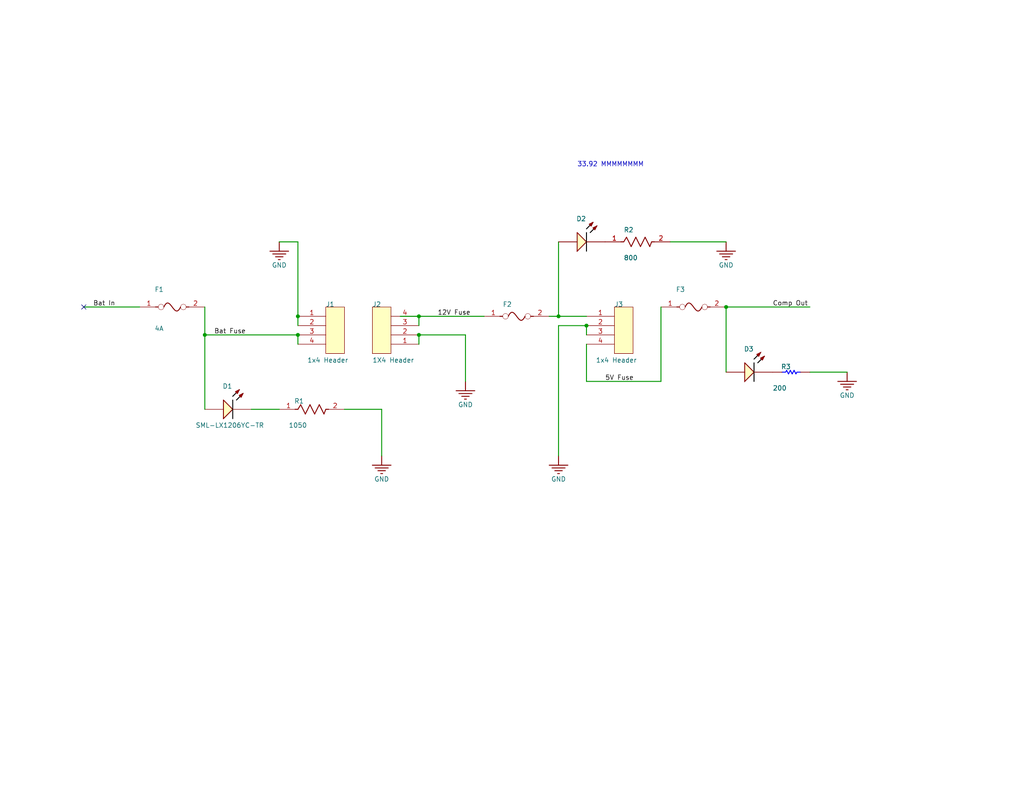
<source format=kicad_sch>
(kicad_sch (version 20230121) (generator eeschema)
  (paper "A")
  (lib_symbols
    (symbol "Regulator-altium-import:GND" (power)
      (property "Reference" "#PWR" (at 0 0 0))
      (property "Value" "GND" (at 0 6.35 0))
      (symbol "GND_0_0"
        (polyline (pts (xy -2.54 -2.54) (xy 2.54 -2.54)) (stroke (width 0.254)))
        (polyline (pts (xy -1.778 -3.302) (xy 1.778 -3.302)) (stroke (width 0.254)))
        (polyline (pts (xy -1.016 -4.064) (xy 1.016 -4.064)) (stroke (width 0.254)))
        (polyline (pts (xy -0.254 -4.826) (xy 0.254 -4.826)) (stroke (width 0.254)))
        (polyline (pts (xy 0 0) (xy 0 -2.54)) (stroke (width 0.254)))
        (pin power_in line (at 0 0 0) (length 0) hide (name "GND") (number ""))
      )
    )
    (symbol "Regulator-altium-import:root_0_1029c3af85768c4190bb7ad29bc67b5"
      (symbol "root_0_1029c3af85768c4190bb7ad29bc67b5_1_0"
        (polyline (pts (xy 5.08 0) (xy 4.318 0)) (stroke (width 0.254)))
        (polyline (pts (xy 5.08 0) (xy 5.842 1.27)) (stroke (width 0.254)))
        (polyline (pts (xy 5.842 1.27) (xy 7.112 -1.27)) (stroke (width 0.254)))
        (polyline (pts (xy 7.112 -1.27) (xy 8.382 1.27)) (stroke (width 0.254)))
        (polyline (pts (xy 8.382 1.27) (xy 9.652 -1.27)) (stroke (width 0.254)))
        (polyline (pts (xy 9.652 -1.27) (xy 10.922 1.27)) (stroke (width 0.254)))
        (polyline (pts (xy 10.922 1.27) (xy 12.192 -1.27)) (stroke (width 0.254)))
        (polyline (pts (xy 12.192 -1.27) (xy 12.7 0)) (stroke (width 0.254)))
        (polyline (pts (xy 12.7 0) (xy 13.462 0)) (stroke (width 0.254)))
        (pin passive line (at 0 0 0) (length 5.08) (name "1") (number "1"))
        (pin passive line (at 17.78 0 180) (length 5.08) (name "2") (number "2"))
      )
    )
    (symbol "Regulator-altium-import:root_0_1X4 Header"
      (symbol "root_0_1X4 Header_1_0"
        (rectangle (start 10.16 15.24) (end 5.08 2.54) (fill (type background)))
        (pin passive line (at -2.54 12.7 0) (length 7.62) (name "1") (number "1"))
        (pin passive line (at -2.54 10.16 0) (length 7.62) (name "2") (number "2"))
        (pin passive line (at -2.54 7.62 0) (length 7.62) (name "3") (number "3"))
        (pin passive line (at -2.54 5.08 0) (length 7.62) (name "4") (number "4"))
      )
    )
    (symbol "Regulator-altium-import:root_0_5bcf9b9f640e542cf0359d10258e979"
      (symbol "root_0_5bcf9b9f640e542cf0359d10258e979_1_0"
        (polyline (pts (xy 5.08 0) (xy 4.318 0)) (stroke (width 0.254)))
        (polyline (pts (xy 12.7 0) (xy 13.462 0)) (stroke (width 0.254)))
        (circle (center 5.842 0) (radius 0.762) (stroke (width 0.0001)))
        (bezier (pts (xy 6.604 0) (xy 8.382 3.81) (xy 9.398 -3.81) (xy 11.176 0)) (stroke (width 0.254)))
        (circle (center 11.938 0) (radius 0.762) (stroke (width 0.0001)))
        (pin passive line (at 0 0 0) (length 5.08) (name "1") (number "1"))
        (pin passive line (at 17.78 0 180) (length 5.08) (name "2") (number "2"))
      )
    )
    (symbol "Regulator-altium-import:root_0_LED-YELLOW-AK-2"
      (symbol "root_0_LED-YELLOW-AK-2_1_0"
        (polyline (pts (xy 2.54 0) (xy 2.54 -5.08)) (stroke (width 0.254) (color 0 0 0 1)))
        (polyline (pts (xy 2.54 1.016) (xy 4.318 2.794)) (stroke (width 0.254) (color 0 0 0 1)))
        (polyline (pts (xy 3.556 0) (xy 5.334 1.778)) (stroke (width 0.254) (color 0 0 0 1)))
        (polyline (pts (xy 0 -5.08) (xy 2.54 -2.54) (xy 0 0) (xy 0 -5.08)) (stroke (width 0.254)) (fill (type background)))
        (polyline (pts (xy 4.318 2.794) (xy 3.302 2.286) (xy 3.81 1.778) (xy 4.318 2.794)) (stroke (width 0.254)) (fill (type outline)))
        (polyline (pts (xy 5.334 1.778) (xy 4.318 1.27) (xy 4.826 0.762) (xy 5.334 1.778)) (stroke (width 0.254)) (fill (type outline)))
        (pin passive line (at -5.08 -2.54 0) (length 5.08) (name "A") (number "1"))
        (pin passive line (at 7.62 -2.54 180) (length 5.08) (name "K") (number "2"))
      )
    )
    (symbol "Regulator-altium-import:root_0_RES"
      (symbol "root_0_RES_1_0"
        (polyline (pts (xy 5.08 -2.54) (xy 4.064 -2.54) (xy 3.81 -3.048) (xy 3.302 -2.032) (xy 2.794 -3.048) (xy 2.286 -2.032) (xy 1.778 -3.048) (xy 1.27 -2.032) (xy 1.016 -2.54) (xy 0 -2.54)) (stroke (width 0.254) (color 0 0 255 1)))
        (pin passive line (at -2.54 -2.54 0) (length 2.54) (name "1") (number "1"))
        (pin passive line (at 7.62 -2.54 180) (length 2.54) (name "2") (number "2"))
      )
    )
    (symbol "Regulator-altium-import:root_2_1X4 Header"
      (symbol "root_2_1X4 Header_1_0"
        (rectangle (start -5.08 -2.54) (end -10.16 -15.24) (fill (type background)))
        (pin passive line (at 2.54 -12.7 180) (length 7.62) (name "1") (number "1"))
        (pin passive line (at 2.54 -10.16 180) (length 7.62) (name "2") (number "2"))
        (pin passive line (at 2.54 -7.62 180) (length 7.62) (name "3") (number "3"))
        (pin passive line (at 2.54 -5.08 180) (length 7.62) (name "4") (number "4"))
      )
    )
  )
  (junction (at 55.88 91.44))
  (junction (at 152.4 86.36))
  (junction (at 81.28 86.36))
  (junction (at 114.3 86.36))
  (junction (at 160.02 88.9))
  (junction (at 198.12 83.82))
  (junction (at 114.3 91.44))
  (junction (at 81.28 91.44))
  (no_connect (at 22.86 83.82))
  (wire (pts (xy 114.3 91.44) (xy 127 91.44)) (stroke (width 0.254)))
  (wire (pts (xy 22.86 83.82) (xy 38.1 83.82)) (stroke (width 0.254)))
  (wire (pts (xy 55.88 91.44) (xy 55.88 83.82)) (stroke (width 0.254)))
  (wire (pts (xy 152.4 66.04) (xy 152.4 86.36)) (stroke (width 0.254)))
  (wire (pts (xy 93.98 111.76) (xy 104.14 111.76)) (stroke (width 0.254)))
  (wire (pts (xy 104.14 111.76) (xy 104.14 124.46)) (stroke (width 0.254)))
  (wire (pts (xy 182.88 66.04) (xy 198.12 66.04)) (stroke (width 0.254)))
  (wire (pts (xy 220.98 101.6) (xy 231.14 101.6)) (stroke (width 0.254)))
  (wire (pts (xy 55.88 91.44) (xy 81.28 91.44)) (stroke (width 0.254)))
  (wire (pts (xy 114.3 93.98) (xy 114.3 91.44)) (stroke (width 0.254)))
  (wire (pts (xy 81.28 91.44) (xy 81.28 93.98)) (stroke (width 0.254)))
  (wire (pts (xy 220.98 83.82) (xy 198.12 83.82)) (stroke (width 0.254)))
  (wire (pts (xy 55.88 111.76) (xy 55.88 91.44)) (stroke (width 0.254)))
  (wire (pts (xy 152.4 86.36) (xy 160.02 86.36)) (stroke (width 0.254)))
  (wire (pts (xy 68.58 111.76) (xy 76.2 111.76)) (stroke (width 0.254)))
  (wire (pts (xy 180.34 104.14) (xy 180.34 83.82)) (stroke (width 0.254)))
  (wire (pts (xy 152.4 88.9) (xy 152.4 124.46)) (stroke (width 0.254)))
  (wire (pts (xy 160.02 88.9) (xy 152.4 88.9)) (stroke (width 0.254)))
  (wire (pts (xy 114.3 88.9) (xy 114.3 86.36)) (stroke (width 0.254)))
  (wire (pts (xy 109.22 86.36) (xy 114.3 86.36)) (stroke (width 0.254)))
  (wire (pts (xy 198.12 83.82) (xy 198.12 101.6)) (stroke (width 0.254)))
  (wire (pts (xy 160.02 104.14) (xy 180.34 104.14)) (stroke (width 0.254)))
  (wire (pts (xy 81.28 66.04) (xy 76.2 66.04)) (stroke (width 0.254)))
  (wire (pts (xy 114.3 86.36) (xy 132.08 86.36)) (stroke (width 0.254)))
  (wire (pts (xy 81.28 88.9) (xy 81.28 86.36)) (stroke (width 0.254)))
  (wire (pts (xy 160.02 91.44) (xy 160.02 88.9)) (stroke (width 0.254)))
  (wire (pts (xy 81.28 86.36) (xy 81.28 66.04)) (stroke (width 0.254)))
  (wire (pts (xy 149.86 86.36) (xy 152.4 86.36)) (stroke (width 0.254)))
  (wire (pts (xy 127 91.44) (xy 127 104.14)) (stroke (width 0.254)))
  (wire (pts (xy 160.02 93.98) (xy 160.02 104.14)) (stroke (width 0.254)))
  (text "33.92 MMMMMMMM" (at 157.48 45.72 0) (effects (font (size 1.27 1.27)) (justify left bottom)))
  (label "5V Fuse" (at 165.1 104.14 0))
  (label "12V Fuse" (at 119.38 86.36 0))
  (label "Bat Fuse" (at 58.42 91.44 0))
  (label "Bat In" (at 25.4 83.82 0))
  (label "Comp Out" (at 210.82 83.82 0))
  (symbol (lib_id "Regulator-altium-import:root_0_LED-YELLOW-AK-2") (at 60.96 109.22 0) (unit 1)
    (property "Reference" "D1" (at 60.706 106.172 0) (effects (justify left bottom)))
    (property "Value" "SML-LX1206YC-TR" (at 53.34 116.84 0) (effects (justify left bottom)))
    (property "Footprint" "AltiumImport:LUMX-SML-LX1206YC-TR_V" (effects hide))
    (property "Part Number" "SML-LX1206YC-TR" (effects hide))
  )
  (symbol (lib_id "Regulator-altium-import:root_0_1029c3af85768c4190bb7ad29bc67b5") (at 76.2 111.76 0) (unit 1)
    (property "Reference" "R1" (at 80.264 110.236 0) (effects (justify left bottom)))
    (property "Value" "1050" (at 78.74 116.84 0) (effects (justify left bottom)))
    (property "Footprint" "Resistor_SMD:R_1206_3216Metric_Pad1.30x1.75mm_HandSolder" (effects hide))
  )
  (symbol (lib_id "Regulator-altium-import:root_0_5bcf9b9f640e542cf0359d10258e979") (at 38.1 83.82 0) (unit 1)
    (property "Reference" "F1" (at 42.164 79.756 0) (effects (justify left bottom)))
    (property "Value" "4A" (at 42.164 90.424 0) (effects (justify left bottom)))
    (property "Footprint" "AltiumImport:FP-0685T-IPC_B" (effects hide))
    (property "Part Number" "0466004.NR" (effects hide))
  )
  (symbol (lib_id "Regulator-altium-import:root_0_LED-YELLOW-AK-2") (at 203.2 99.06 0) (unit 1)
    (property "Reference" "D3" (at 202.946 96.012 0) (effects (justify left bottom)))
    (property "Value" "SML-LX1206YC-TR" (effects hide))
    (property "Footprint" "AltiumImport:LUMX-SML-LX1206YC-TR_V" (effects hide))
    (property "Part Number" "SML-LX1206YC-TR" (effects hide))
  )
  (symbol (lib_id "Regulator-altium-import:root_0_RES") (at 213.36 99.06 0) (unit 1)
    (property "Reference" "R3" (at 213.106 100.838 0) (effects (justify left bottom)))
    (property "Value" "200" (at 210.82 106.68 0) (effects (justify left bottom)))
    (property "Footprint" "Resistor_SMD:R_1206_3216Metric_Pad1.30x1.75mm_HandSolder" (effects hide))
  )
  (symbol (lib_id "Regulator-altium-import:root_0_5bcf9b9f640e542cf0359d10258e979") (at 132.08 86.36 0) (unit 1)
    (property "Reference" "F2" (at 137.16 83.82 0) (effects (justify left bottom)))
    (property "Value" "3A" (effects hide))
    (property "Footprint" "AltiumImport:FP-0466-MFG" (effects hide))
    (property "Part Number" "0466003.NR" (effects hide))
  )
  (symbol (lib_id "Regulator-altium-import:GND") (at 104.14 124.46 0) (unit 1)
    (property "Reference" "#PWR0101" (effects hide))
    (property "Value" "GND" (at 104.14 130.81 0))
  )
  (symbol (lib_id "Regulator-altium-import:root_0_LED-YELLOW-AK-2") (at 157.48 63.5 0) (unit 1)
    (property "Reference" "D2" (at 157.226 60.452 0) (effects (justify left bottom)))
    (property "Value" "SML-LX1206YC-TR" (effects hide))
    (property "Footprint" "AltiumImport:LUMX-SML-LX1206YC-TR_V" (effects hide))
    (property "Part Number" "SML-LX1206YC-TR" (effects hide))
  )
  (symbol (lib_id "Regulator-altium-import:GND") (at 198.12 66.04 0) (unit 1)
    (property "Reference" "#PWR0103" (effects hide))
    (property "Value" "GND" (at 198.12 72.39 0))
  )
  (symbol (lib_id "Regulator-altium-import:root_0_5bcf9b9f640e542cf0359d10258e979") (at 180.34 83.82 0) (unit 1)
    (property "Reference" "F3" (at 184.404 79.756 0) (effects (justify left bottom)))
    (property "Value" "5A" (effects hide))
    (property "Footprint" "AltiumImport:FP-0469-MFG" (effects hide))
    (property "Part Number" "0466005.NR" (effects hide))
  )
  (symbol (lib_id "Regulator-altium-import:root_2_1X4 Header") (at 111.76 81.28 0) (unit 1)
    (property "Reference" "J2" (at 101.6 83.82 0) (effects (justify left bottom)))
    (property "Value" "1X4 Header" (at 101.6 99.06 0) (effects (justify left bottom)))
    (property "Footprint" "AltiumImport:1X4 HEADER" (effects hide))
  )
  (symbol (lib_id "Regulator-altium-import:GND") (at 76.2 66.04 0) (unit 1)
    (property "Reference" "#PWR0102" (effects hide))
    (property "Value" "GND" (at 76.2 72.39 0))
  )
  (symbol (lib_id "Regulator-altium-import:GND") (at 127 104.14 0) (unit 1)
    (property "Reference" "#PWR0104" (effects hide))
    (property "Value" "GND" (at 127 110.49 0))
  )
  (symbol (lib_id "Regulator-altium-import:GND") (at 231.14 101.6 0) (unit 1)
    (property "Reference" "#PWR0105" (effects hide))
    (property "Value" "GND" (at 231.14 107.95 0))
  )
  (symbol (lib_id "Regulator-altium-import:root_0_1029c3af85768c4190bb7ad29bc67b5") (at 165.1 66.04 0) (unit 1)
    (property "Reference" "R2" (at 170.18 63.5 0) (effects (justify left bottom)))
    (property "Value" "800" (at 170.18 71.12 0) (effects (justify left bottom)))
    (property "Footprint" "Resistor_SMD:R_1206_3216Metric_Pad1.30x1.75mm_HandSolder" (effects hide))
  )
  (symbol (lib_id "Regulator-altium-import:root_0_1X4 Header") (at 162.56 99.06 0) (unit 1)
    (property "Reference" "J3" (at 167.64 83.82 0) (effects (justify left bottom)))
    (property "Value" "1x4 Header" (at 162.56 99.06 0) (effects (justify left bottom)))
    (property "Footprint" "AltiumImport:1X4 HEADER" (effects hide))
  )
  (symbol (lib_id "Regulator-altium-import:root_0_1X4 Header") (at 83.82 99.06 0) (unit 1)
    (property "Reference" "J1" (at 88.9 83.82 0) (effects (justify left bottom)))
    (property "Value" "1x4 Header" (at 83.82 99.06 0) (effects (justify left bottom)))
    (property "Footprint" "AltiumImport:1X4 HEADER" (effects hide))
  )
  (symbol (lib_id "Regulator-altium-import:GND") (at 152.4 124.46 0) (unit 1)
    (property "Reference" "#PWR0106" (effects hide))
    (property "Value" "GND" (at 152.4 130.81 0))
  )
)
</source>
